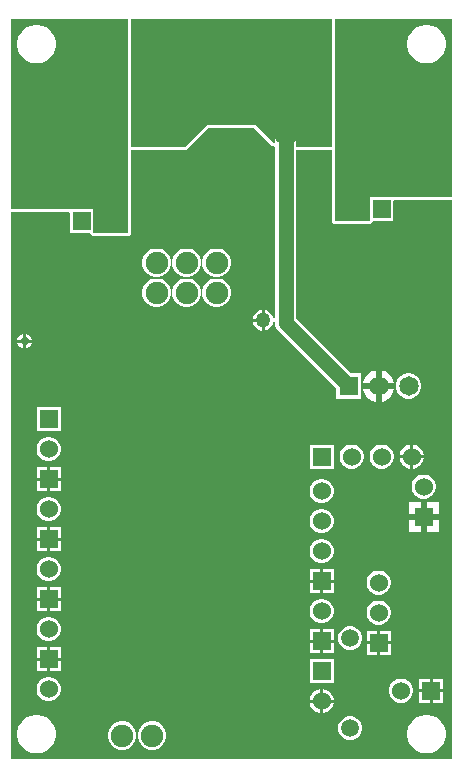
<source format=gbr>
%TF.GenerationSoftware,Altium Limited,Altium Designer,22.10.1 (41)*%
G04 Layer_Physical_Order=2*
G04 Layer_Color=16711680*
%FSLAX26Y26*%
%MOIN*%
%TF.SameCoordinates,59CDB8F9-364B-4C5A-A8AF-F7A69B8E0267*%
%TF.FilePolarity,Positive*%
%TF.FileFunction,Copper,L2,Bot,Signal*%
%TF.Part,Single*%
G01*
G75*
%TA.AperFunction,ComponentPad*%
%ADD18R,0.140000X0.140000*%
%ADD19C,0.140000*%
%ADD20R,0.140000X0.140000*%
%ADD21C,0.060000*%
%ADD22R,0.060000X0.060000*%
%ADD23R,0.060000X0.060000*%
%ADD24C,0.090000*%
%ADD25C,0.064961*%
%ADD26R,0.064961X0.064961*%
%ADD27C,0.059055*%
%ADD28R,0.059055X0.059055*%
%TA.AperFunction,ViaPad*%
%ADD29C,0.075000*%
%ADD30C,0.010000*%
%ADD31C,0.050000*%
%ADD32C,0.028000*%
%TA.AperFunction,Conductor*%
%ADD33C,0.050000*%
G36*
X1084804Y2056500D02*
X965302D01*
Y2110000D01*
X964099Y2119137D01*
X960572Y2127651D01*
X954962Y2134962D01*
X947651Y2140572D01*
X939137Y2144099D01*
X930000Y2145302D01*
X920863Y2144099D01*
X912349Y2140572D01*
X905038Y2134962D01*
X899428Y2127651D01*
X895901Y2119137D01*
X894698Y2110000D01*
Y2072518D01*
X890079Y2070605D01*
X830683Y2130000D01*
X667684D01*
X594183Y2056500D01*
X415196D01*
Y2484707D01*
X1084804D01*
Y2056500D01*
D02*
G37*
G36*
X1485000Y2485000D02*
X1485000Y1890000D01*
X1294332D01*
X1290000Y1890000D01*
X1285196Y1889527D01*
X1210473D01*
X1210472Y1810473D01*
X1205668Y1810000D01*
X1095000D01*
Y2485000D01*
X1485000Y2485000D01*
D02*
G37*
G36*
X405000Y1770000D02*
X294332D01*
X289528Y1770473D01*
X289527Y1775000D01*
Y1849527D01*
X214804D01*
X210000Y1850000D01*
X205668Y1850000D01*
X15000D01*
X15000Y2485000D01*
X405000Y2485000D01*
Y1770000D01*
D02*
G37*
G36*
X882869Y2063395D02*
X886177Y2061185D01*
X890079Y2060409D01*
X893425Y2058093D01*
X894698Y2056230D01*
Y1486393D01*
X889698Y1485735D01*
X887615Y1493509D01*
X883007Y1501491D01*
X876490Y1508007D01*
X868510Y1512615D01*
X860000Y1514895D01*
Y1480000D01*
Y1445105D01*
X868510Y1447385D01*
X876490Y1451993D01*
X883007Y1458509D01*
X887615Y1466491D01*
X889698Y1474265D01*
X894698Y1473607D01*
Y1470000D01*
X895901Y1460863D01*
X899428Y1452349D01*
X905038Y1445038D01*
X1097520Y1252556D01*
Y1217520D01*
X1182480D01*
Y1302480D01*
X1147444D01*
X965302Y1484623D01*
Y2046304D01*
X1084804D01*
Y1810000D01*
X1085580Y1806098D01*
X1087790Y1802790D01*
X1091098Y1800580D01*
X1095000Y1799804D01*
X1205668D01*
X1206164Y1799903D01*
X1206667Y1799853D01*
X1211471Y1800326D01*
X1212905Y1800761D01*
X1214374Y1801053D01*
X1214794Y1801333D01*
X1215278Y1801480D01*
X1216436Y1802431D01*
X1217682Y1803263D01*
X1217963Y1803683D01*
X1218353Y1804004D01*
X1219060Y1805325D01*
X1219892Y1806571D01*
X1219991Y1807066D01*
X1220229Y1807512D01*
X1220376Y1809003D01*
X1220668Y1810473D01*
X1289527D01*
Y1875207D01*
X1294332Y1879804D01*
X1484707D01*
Y15293D01*
X15293D01*
Y1839804D01*
X205668D01*
X210472Y1835207D01*
Y1770473D01*
X279332D01*
X279624Y1769003D01*
X279771Y1767512D01*
X280009Y1767066D01*
X280108Y1766571D01*
X280940Y1765325D01*
X281647Y1764004D01*
X282037Y1763683D01*
X282318Y1763263D01*
X283564Y1762430D01*
X284722Y1761480D01*
X285206Y1761333D01*
X285626Y1761053D01*
X287096Y1760760D01*
X288529Y1760326D01*
X293334Y1759853D01*
X293836Y1759903D01*
X294332Y1759804D01*
X405000D01*
X408902Y1760580D01*
X412210Y1762790D01*
X414420Y1766098D01*
X415196Y1770000D01*
Y2046304D01*
X594183D01*
X598085Y2047080D01*
X601393Y2049290D01*
X671908Y2119804D01*
X826460D01*
X882869Y2063395D01*
D02*
G37*
%LPC*%
G36*
X1406317Y2464134D02*
X1393683D01*
X1381293Y2461669D01*
X1369621Y2456835D01*
X1359117Y2449816D01*
X1350184Y2440883D01*
X1343165Y2430379D01*
X1338331Y2418707D01*
X1335866Y2406317D01*
Y2393683D01*
X1338331Y2381293D01*
X1343165Y2369621D01*
X1350184Y2359117D01*
X1359117Y2350184D01*
X1369621Y2343165D01*
X1381293Y2338331D01*
X1393683Y2335866D01*
X1406317D01*
X1418707Y2338331D01*
X1430379Y2343165D01*
X1440883Y2350184D01*
X1449816Y2359117D01*
X1456835Y2369621D01*
X1461669Y2381293D01*
X1464134Y2393683D01*
Y2406317D01*
X1461669Y2418707D01*
X1456835Y2430379D01*
X1449816Y2440883D01*
X1440883Y2449816D01*
X1430379Y2456835D01*
X1418707Y2461669D01*
X1406317Y2464134D01*
D02*
G37*
G36*
X106317D02*
X93683D01*
X81293Y2461669D01*
X69621Y2456835D01*
X59117Y2449816D01*
X50184Y2440883D01*
X43165Y2430379D01*
X38331Y2418707D01*
X35866Y2406317D01*
Y2393683D01*
X38331Y2381293D01*
X43165Y2369621D01*
X50184Y2359117D01*
X59117Y2350184D01*
X69621Y2343165D01*
X81293Y2338331D01*
X93683Y2335866D01*
X106317D01*
X118707Y2338331D01*
X130379Y2343165D01*
X140883Y2350184D01*
X149816Y2359117D01*
X156835Y2369621D01*
X161669Y2381293D01*
X164134Y2393683D01*
Y2406317D01*
X161669Y2418707D01*
X156835Y2430379D01*
X149816Y2440883D01*
X140883Y2449816D01*
X130379Y2456835D01*
X118707Y2461669D01*
X106317Y2464134D01*
D02*
G37*
G36*
X706254Y1718500D02*
X693746D01*
X681666Y1715263D01*
X670834Y1709009D01*
X661990Y1700166D01*
X655737Y1689334D01*
X652500Y1677254D01*
Y1664746D01*
X655737Y1652666D01*
X661990Y1641834D01*
X670834Y1632991D01*
X681666Y1626737D01*
X693746Y1623500D01*
X706254D01*
X718334Y1626737D01*
X729166Y1632991D01*
X738010Y1641834D01*
X744263Y1652666D01*
X747500Y1664746D01*
Y1677254D01*
X744263Y1689334D01*
X738010Y1700166D01*
X729166Y1709009D01*
X718334Y1715263D01*
X706254Y1718500D01*
D02*
G37*
G36*
X606254D02*
X593746D01*
X581666Y1715263D01*
X570834Y1709009D01*
X561990Y1700166D01*
X555737Y1689334D01*
X552500Y1677254D01*
Y1664746D01*
X555737Y1652666D01*
X561990Y1641834D01*
X570834Y1632991D01*
X581666Y1626737D01*
X593746Y1623500D01*
X606254D01*
X618334Y1626737D01*
X629166Y1632991D01*
X638010Y1641834D01*
X644263Y1652666D01*
X647500Y1664746D01*
Y1677254D01*
X644263Y1689334D01*
X638010Y1700166D01*
X629166Y1709009D01*
X618334Y1715263D01*
X606254Y1718500D01*
D02*
G37*
G36*
X506253D02*
X493747D01*
X481666Y1715263D01*
X470834Y1709009D01*
X461990Y1700166D01*
X455737Y1689334D01*
X452500Y1677254D01*
Y1664746D01*
X455737Y1652666D01*
X461990Y1641834D01*
X470834Y1632991D01*
X481666Y1626737D01*
X493747Y1623500D01*
X506253D01*
X518334Y1626737D01*
X529166Y1632991D01*
X538010Y1641834D01*
X544263Y1652666D01*
X547500Y1664746D01*
Y1677254D01*
X544263Y1689334D01*
X538010Y1700166D01*
X529166Y1709009D01*
X518334Y1715263D01*
X506253Y1718500D01*
D02*
G37*
G36*
X706254Y1618500D02*
X693746D01*
X681666Y1615263D01*
X670834Y1609009D01*
X661990Y1600166D01*
X655737Y1589334D01*
X652500Y1577254D01*
Y1564746D01*
X655737Y1552666D01*
X661990Y1541834D01*
X670834Y1532991D01*
X681666Y1526737D01*
X693746Y1523500D01*
X706254D01*
X718334Y1526737D01*
X729166Y1532991D01*
X738010Y1541834D01*
X744263Y1552666D01*
X747500Y1564746D01*
Y1577254D01*
X744263Y1589334D01*
X738010Y1600166D01*
X729166Y1609009D01*
X718334Y1615263D01*
X706254Y1618500D01*
D02*
G37*
G36*
X606254D02*
X593746D01*
X581666Y1615263D01*
X570834Y1609009D01*
X561990Y1600166D01*
X555737Y1589334D01*
X552500Y1577254D01*
Y1564746D01*
X555737Y1552666D01*
X561990Y1541834D01*
X570834Y1532991D01*
X581666Y1526737D01*
X593746Y1523500D01*
X606254D01*
X618334Y1526737D01*
X629166Y1532991D01*
X638010Y1541834D01*
X644263Y1552666D01*
X647500Y1564746D01*
Y1577254D01*
X644263Y1589334D01*
X638010Y1600166D01*
X629166Y1609009D01*
X618334Y1615263D01*
X606254Y1618500D01*
D02*
G37*
G36*
X506253D02*
X493747D01*
X481666Y1615263D01*
X470834Y1609009D01*
X461990Y1600166D01*
X455737Y1589334D01*
X452500Y1577254D01*
Y1564746D01*
X455737Y1552666D01*
X461990Y1541834D01*
X470834Y1532991D01*
X481666Y1526737D01*
X493747Y1523500D01*
X506253D01*
X518334Y1526737D01*
X529166Y1532991D01*
X538010Y1541834D01*
X544263Y1552666D01*
X547500Y1564746D01*
Y1577254D01*
X544263Y1589334D01*
X538010Y1600166D01*
X529166Y1609009D01*
X518334Y1615263D01*
X506253Y1618500D01*
D02*
G37*
G36*
X850000Y1514895D02*
X841490Y1512615D01*
X833510Y1508007D01*
X826993Y1501491D01*
X822385Y1493509D01*
X820105Y1485000D01*
X850000D01*
Y1514895D01*
D02*
G37*
G36*
Y1475000D02*
X820105D01*
X822385Y1466491D01*
X826993Y1458509D01*
X833510Y1451993D01*
X841490Y1447385D01*
X850000Y1445105D01*
Y1475000D01*
D02*
G37*
G36*
X65000Y1433906D02*
Y1415000D01*
X83906D01*
X80346Y1423595D01*
X73595Y1430346D01*
X65000Y1433906D01*
D02*
G37*
G36*
X55000D02*
X46405Y1430346D01*
X39654Y1423595D01*
X36094Y1415000D01*
X55000D01*
Y1433906D01*
D02*
G37*
G36*
X83906Y1405000D02*
X65000D01*
Y1386094D01*
X73595Y1389654D01*
X80346Y1396405D01*
X83906Y1405000D01*
D02*
G37*
G36*
X55000D02*
X36094D01*
X39654Y1396405D01*
X46405Y1389654D01*
X55000Y1386094D01*
Y1405000D01*
D02*
G37*
G36*
X1250000Y1311652D02*
Y1270000D01*
X1291652D01*
X1288904Y1280257D01*
X1281995Y1292224D01*
X1272224Y1301995D01*
X1260257Y1308904D01*
X1250000Y1311652D01*
D02*
G37*
G36*
X1230000D02*
X1219743Y1308904D01*
X1207776Y1301995D01*
X1198005Y1292224D01*
X1191096Y1280257D01*
X1188348Y1270000D01*
X1230000D01*
Y1311652D01*
D02*
G37*
G36*
X1345593Y1302480D02*
X1334407D01*
X1323603Y1299585D01*
X1313917Y1293993D01*
X1306007Y1286083D01*
X1300415Y1276397D01*
X1297520Y1265593D01*
Y1254407D01*
X1300415Y1243603D01*
X1306007Y1233917D01*
X1313917Y1226007D01*
X1323603Y1220415D01*
X1334407Y1217520D01*
X1345593D01*
X1356397Y1220415D01*
X1366083Y1226007D01*
X1373993Y1233917D01*
X1379585Y1243603D01*
X1382480Y1254407D01*
Y1265593D01*
X1379585Y1276397D01*
X1373993Y1286083D01*
X1366083Y1293993D01*
X1356397Y1299585D01*
X1345593Y1302480D01*
D02*
G37*
G36*
X1291652Y1250000D02*
X1250000D01*
Y1208348D01*
X1260257Y1211096D01*
X1272224Y1218005D01*
X1281995Y1227776D01*
X1288904Y1239743D01*
X1291652Y1250000D01*
D02*
G37*
G36*
X1230000D02*
X1188348D01*
X1191096Y1239743D01*
X1198005Y1227776D01*
X1207776Y1218005D01*
X1219743Y1211096D01*
X1230000Y1208348D01*
Y1250000D01*
D02*
G37*
G36*
X180000Y1190000D02*
X100000D01*
Y1110000D01*
X180000D01*
Y1190000D01*
D02*
G37*
G36*
X1355266Y1065000D02*
X1355000D01*
Y1030000D01*
X1390000D01*
Y1030266D01*
X1387274Y1040439D01*
X1382008Y1049561D01*
X1374561Y1057008D01*
X1365439Y1062274D01*
X1355266Y1065000D01*
D02*
G37*
G36*
X1345000D02*
X1344734D01*
X1334561Y1062274D01*
X1325439Y1057008D01*
X1317992Y1049561D01*
X1312726Y1040439D01*
X1310000Y1030266D01*
Y1030000D01*
X1345000D01*
Y1065000D01*
D02*
G37*
G36*
X145266Y1090000D02*
X134734D01*
X124561Y1087274D01*
X115439Y1082008D01*
X107992Y1074561D01*
X102726Y1065439D01*
X100000Y1055266D01*
Y1044734D01*
X102726Y1034561D01*
X107992Y1025439D01*
X115439Y1017992D01*
X124561Y1012726D01*
X134734Y1010000D01*
X145266D01*
X155439Y1012726D01*
X164561Y1017992D01*
X172008Y1025439D01*
X177274Y1034561D01*
X180000Y1044734D01*
Y1055266D01*
X177274Y1065439D01*
X172008Y1074561D01*
X164561Y1082008D01*
X155439Y1087274D01*
X145266Y1090000D01*
D02*
G37*
G36*
X1390000Y1020000D02*
X1355000D01*
Y985000D01*
X1355266D01*
X1365439Y987726D01*
X1374561Y992992D01*
X1382008Y1000439D01*
X1387274Y1009561D01*
X1390000Y1019734D01*
Y1020000D01*
D02*
G37*
G36*
X1345000D02*
X1310000D01*
Y1019734D01*
X1312726Y1009561D01*
X1317992Y1000439D01*
X1325439Y992992D01*
X1334561Y987726D01*
X1344734Y985000D01*
X1345000D01*
Y1020000D01*
D02*
G37*
G36*
X1255266Y1065000D02*
X1244734D01*
X1234561Y1062274D01*
X1225439Y1057008D01*
X1217992Y1049561D01*
X1212726Y1040439D01*
X1210000Y1030266D01*
Y1019734D01*
X1212726Y1009561D01*
X1217992Y1000439D01*
X1225439Y992992D01*
X1234561Y987726D01*
X1244734Y985000D01*
X1255266D01*
X1265439Y987726D01*
X1274561Y992992D01*
X1282008Y1000439D01*
X1287274Y1009561D01*
X1290000Y1019734D01*
Y1030266D01*
X1287274Y1040439D01*
X1282008Y1049561D01*
X1274561Y1057008D01*
X1265439Y1062274D01*
X1255266Y1065000D01*
D02*
G37*
G36*
X1155266D02*
X1144734D01*
X1134561Y1062274D01*
X1125439Y1057008D01*
X1117992Y1049561D01*
X1112726Y1040439D01*
X1110000Y1030266D01*
Y1019734D01*
X1112726Y1009561D01*
X1117992Y1000439D01*
X1125439Y992992D01*
X1134561Y987726D01*
X1144734Y985000D01*
X1155266D01*
X1165439Y987726D01*
X1174561Y992992D01*
X1182008Y1000439D01*
X1187274Y1009561D01*
X1190000Y1019734D01*
Y1030266D01*
X1187274Y1040439D01*
X1182008Y1049561D01*
X1174561Y1057008D01*
X1165439Y1062274D01*
X1155266Y1065000D01*
D02*
G37*
G36*
X1090000D02*
X1010000D01*
Y985000D01*
X1090000D01*
Y1065000D01*
D02*
G37*
G36*
X180000Y990000D02*
X145000D01*
Y955000D01*
X180000D01*
Y990000D01*
D02*
G37*
G36*
X135000D02*
X100000D01*
Y955000D01*
X135000D01*
Y990000D01*
D02*
G37*
G36*
X180000Y945000D02*
X145000D01*
Y910000D01*
X180000D01*
Y945000D01*
D02*
G37*
G36*
X135000D02*
X100000D01*
Y910000D01*
X135000D01*
Y945000D01*
D02*
G37*
G36*
X1395266Y965000D02*
X1384734D01*
X1374561Y962274D01*
X1365439Y957008D01*
X1357992Y949561D01*
X1352726Y940439D01*
X1350000Y930266D01*
Y919734D01*
X1352726Y909561D01*
X1357992Y900439D01*
X1365439Y892992D01*
X1374561Y887726D01*
X1384734Y885000D01*
X1395266D01*
X1405439Y887726D01*
X1414561Y892992D01*
X1422008Y900439D01*
X1427274Y909561D01*
X1430000Y919734D01*
Y930266D01*
X1427274Y940439D01*
X1422008Y949561D01*
X1414561Y957008D01*
X1405439Y962274D01*
X1395266Y965000D01*
D02*
G37*
G36*
X1055266Y950000D02*
X1044734D01*
X1034561Y947274D01*
X1025439Y942008D01*
X1017992Y934561D01*
X1012726Y925439D01*
X1010000Y915266D01*
Y904734D01*
X1012726Y894561D01*
X1017992Y885439D01*
X1025439Y877992D01*
X1034561Y872726D01*
X1044734Y870000D01*
X1055266D01*
X1065439Y872726D01*
X1074561Y877992D01*
X1082008Y885439D01*
X1087274Y894561D01*
X1090000Y904734D01*
Y915266D01*
X1087274Y925439D01*
X1082008Y934561D01*
X1074561Y942008D01*
X1065439Y947274D01*
X1055266Y950000D01*
D02*
G37*
G36*
X1440000Y875000D02*
X1400000D01*
Y835000D01*
X1440000D01*
Y875000D01*
D02*
G37*
G36*
X1380000D02*
X1340000D01*
Y835000D01*
X1380000D01*
Y875000D01*
D02*
G37*
G36*
X145266Y890000D02*
X134734D01*
X124561Y887274D01*
X115439Y882008D01*
X107992Y874561D01*
X102726Y865439D01*
X100000Y855266D01*
Y844734D01*
X102726Y834561D01*
X107992Y825439D01*
X115439Y817992D01*
X124561Y812726D01*
X134734Y810000D01*
X145266D01*
X155439Y812726D01*
X164561Y817992D01*
X172008Y825439D01*
X177274Y834561D01*
X180000Y844734D01*
Y855266D01*
X177274Y865439D01*
X172008Y874561D01*
X164561Y882008D01*
X155439Y887274D01*
X145266Y890000D01*
D02*
G37*
G36*
X1440000Y815000D02*
X1400000D01*
Y775000D01*
X1440000D01*
Y815000D01*
D02*
G37*
G36*
X1380000D02*
X1340000D01*
Y775000D01*
X1380000D01*
Y815000D01*
D02*
G37*
G36*
X1055266Y850000D02*
X1044734D01*
X1034561Y847274D01*
X1025439Y842008D01*
X1017992Y834561D01*
X1012726Y825439D01*
X1010000Y815266D01*
Y804734D01*
X1012726Y794561D01*
X1017992Y785439D01*
X1025439Y777992D01*
X1034561Y772726D01*
X1044734Y770000D01*
X1055266D01*
X1065439Y772726D01*
X1074561Y777992D01*
X1082008Y785439D01*
X1087274Y794561D01*
X1090000Y804734D01*
Y815266D01*
X1087274Y825439D01*
X1082008Y834561D01*
X1074561Y842008D01*
X1065439Y847274D01*
X1055266Y850000D01*
D02*
G37*
G36*
X180000Y790000D02*
X145000D01*
Y755000D01*
X180000D01*
Y790000D01*
D02*
G37*
G36*
X135000D02*
X100000D01*
Y755000D01*
X135000D01*
Y790000D01*
D02*
G37*
G36*
X180000Y745000D02*
X145000D01*
Y710000D01*
X180000D01*
Y745000D01*
D02*
G37*
G36*
X135000D02*
X100000D01*
Y710000D01*
X135000D01*
Y745000D01*
D02*
G37*
G36*
X1055266Y750000D02*
X1044734D01*
X1034561Y747274D01*
X1025439Y742008D01*
X1017992Y734561D01*
X1012726Y725439D01*
X1010000Y715266D01*
Y704734D01*
X1012726Y694561D01*
X1017992Y685439D01*
X1025439Y677992D01*
X1034561Y672726D01*
X1044734Y670000D01*
X1055266D01*
X1065439Y672726D01*
X1074561Y677992D01*
X1082008Y685439D01*
X1087274Y694561D01*
X1090000Y704734D01*
Y715266D01*
X1087274Y725439D01*
X1082008Y734561D01*
X1074561Y742008D01*
X1065439Y747274D01*
X1055266Y750000D01*
D02*
G37*
G36*
X1090000Y650000D02*
X1055000D01*
Y615000D01*
X1090000D01*
Y650000D01*
D02*
G37*
G36*
X1045000D02*
X1010000D01*
Y615000D01*
X1045000D01*
Y650000D01*
D02*
G37*
G36*
X145266Y690000D02*
X134734D01*
X124561Y687274D01*
X115439Y682008D01*
X107992Y674561D01*
X102726Y665439D01*
X100000Y655266D01*
Y644734D01*
X102726Y634561D01*
X107992Y625439D01*
X115439Y617992D01*
X124561Y612726D01*
X134734Y610000D01*
X145266D01*
X155439Y612726D01*
X164561Y617992D01*
X172008Y625439D01*
X177274Y634561D01*
X180000Y644734D01*
Y655266D01*
X177274Y665439D01*
X172008Y674561D01*
X164561Y682008D01*
X155439Y687274D01*
X145266Y690000D01*
D02*
G37*
G36*
X1090000Y605000D02*
X1055000D01*
Y570000D01*
X1090000D01*
Y605000D01*
D02*
G37*
G36*
X1045000D02*
X1010000D01*
Y570000D01*
X1045000D01*
Y605000D01*
D02*
G37*
G36*
X1245266Y645000D02*
X1234734D01*
X1224561Y642274D01*
X1215439Y637008D01*
X1207992Y629561D01*
X1202726Y620439D01*
X1200000Y610266D01*
Y599734D01*
X1202726Y589561D01*
X1207992Y580439D01*
X1215439Y572992D01*
X1224561Y567726D01*
X1234734Y565000D01*
X1245266D01*
X1255439Y567726D01*
X1264561Y572992D01*
X1272008Y580439D01*
X1277274Y589561D01*
X1280000Y599734D01*
Y610266D01*
X1277274Y620439D01*
X1272008Y629561D01*
X1264561Y637008D01*
X1255439Y642274D01*
X1245266Y645000D01*
D02*
G37*
G36*
X180000Y590000D02*
X145000D01*
Y555000D01*
X180000D01*
Y590000D01*
D02*
G37*
G36*
X135000D02*
X100000D01*
Y555000D01*
X135000D01*
Y590000D01*
D02*
G37*
G36*
X180000Y545000D02*
X145000D01*
Y510000D01*
X180000D01*
Y545000D01*
D02*
G37*
G36*
X135000D02*
X100000D01*
Y510000D01*
X135000D01*
Y545000D01*
D02*
G37*
G36*
X1055266Y550000D02*
X1044734D01*
X1034561Y547274D01*
X1025439Y542008D01*
X1017992Y534561D01*
X1012726Y525439D01*
X1010000Y515266D01*
Y504734D01*
X1012726Y494561D01*
X1017992Y485439D01*
X1025439Y477992D01*
X1034561Y472726D01*
X1044734Y470000D01*
X1055266D01*
X1065439Y472726D01*
X1074561Y477992D01*
X1082008Y485439D01*
X1087274Y494561D01*
X1090000Y504734D01*
Y515266D01*
X1087274Y525439D01*
X1082008Y534561D01*
X1074561Y542008D01*
X1065439Y547274D01*
X1055266Y550000D01*
D02*
G37*
G36*
X1245266Y545000D02*
X1234734D01*
X1224561Y542274D01*
X1215439Y537008D01*
X1207992Y529561D01*
X1202726Y520439D01*
X1200000Y510266D01*
Y499734D01*
X1202726Y489561D01*
X1207992Y480439D01*
X1215439Y472992D01*
X1224561Y467726D01*
X1234734Y465000D01*
X1245266D01*
X1255439Y467726D01*
X1264561Y472992D01*
X1272008Y480439D01*
X1277274Y489561D01*
X1280000Y499734D01*
Y510266D01*
X1277274Y520439D01*
X1272008Y529561D01*
X1264561Y537008D01*
X1255439Y542274D01*
X1245266Y545000D01*
D02*
G37*
G36*
X1090000Y450000D02*
X1055000D01*
Y415000D01*
X1090000D01*
Y450000D01*
D02*
G37*
G36*
X1045000D02*
X1010000D01*
Y415000D01*
X1045000D01*
Y450000D01*
D02*
G37*
G36*
X1280000Y445000D02*
X1245000D01*
Y410000D01*
X1280000D01*
Y445000D01*
D02*
G37*
G36*
X145266Y490000D02*
X134734D01*
X124561Y487274D01*
X115439Y482008D01*
X107992Y474561D01*
X102726Y465439D01*
X100000Y455266D01*
Y444734D01*
X102726Y434561D01*
X107992Y425439D01*
X115439Y417992D01*
X124561Y412726D01*
X134734Y410000D01*
X145266D01*
X155439Y412726D01*
X164561Y417992D01*
X172008Y425439D01*
X177274Y434561D01*
X180000Y444734D01*
Y455266D01*
X177274Y465439D01*
X172008Y474561D01*
X164561Y482008D01*
X155439Y487274D01*
X145266Y490000D01*
D02*
G37*
G36*
X1235000Y445000D02*
X1200000D01*
Y410000D01*
X1235000D01*
Y445000D01*
D02*
G37*
G36*
X1150204Y459527D02*
X1139796D01*
X1129743Y456834D01*
X1120729Y451630D01*
X1113370Y444271D01*
X1108166Y435257D01*
X1105473Y425204D01*
Y414796D01*
X1108166Y404743D01*
X1113370Y395729D01*
X1120729Y388370D01*
X1129743Y383166D01*
X1139796Y380473D01*
X1150204D01*
X1160257Y383166D01*
X1169271Y388370D01*
X1176630Y395729D01*
X1181834Y404743D01*
X1184527Y414796D01*
Y425204D01*
X1181834Y435257D01*
X1176630Y444271D01*
X1169271Y451630D01*
X1160257Y456834D01*
X1150204Y459527D01*
D02*
G37*
G36*
X1090000Y405000D02*
X1055000D01*
Y370000D01*
X1090000D01*
Y405000D01*
D02*
G37*
G36*
X1045000D02*
X1010000D01*
Y370000D01*
X1045000D01*
Y405000D01*
D02*
G37*
G36*
X1280000Y400000D02*
X1245000D01*
Y365000D01*
X1280000D01*
Y400000D01*
D02*
G37*
G36*
X1235000D02*
X1200000D01*
Y365000D01*
X1235000D01*
Y400000D01*
D02*
G37*
G36*
X180000Y390000D02*
X145000D01*
Y355000D01*
X180000D01*
Y390000D01*
D02*
G37*
G36*
X135000D02*
X100000D01*
Y355000D01*
X135000D01*
Y390000D01*
D02*
G37*
G36*
X180000Y345000D02*
X145000D01*
Y310000D01*
X180000D01*
Y345000D01*
D02*
G37*
G36*
X135000D02*
X100000D01*
Y310000D01*
X135000D01*
Y345000D01*
D02*
G37*
G36*
X1090000Y350000D02*
X1010000D01*
Y270000D01*
X1090000D01*
Y350000D01*
D02*
G37*
G36*
X1455000Y285000D02*
X1420000D01*
Y250000D01*
X1455000D01*
Y285000D01*
D02*
G37*
G36*
X1410000D02*
X1375000D01*
Y250000D01*
X1410000D01*
Y285000D01*
D02*
G37*
G36*
X1055266Y250000D02*
X1055000D01*
Y215000D01*
X1090000D01*
Y215266D01*
X1087274Y225439D01*
X1082008Y234561D01*
X1074561Y242008D01*
X1065439Y247274D01*
X1055266Y250000D01*
D02*
G37*
G36*
X1045000D02*
X1044734D01*
X1034561Y247274D01*
X1025439Y242008D01*
X1017992Y234561D01*
X1012726Y225439D01*
X1010000Y215266D01*
Y215000D01*
X1045000D01*
Y250000D01*
D02*
G37*
G36*
X145266Y290000D02*
X134734D01*
X124561Y287274D01*
X115439Y282008D01*
X107992Y274561D01*
X102726Y265439D01*
X100000Y255266D01*
Y244734D01*
X102726Y234561D01*
X107992Y225439D01*
X115439Y217992D01*
X124561Y212726D01*
X134734Y210000D01*
X145266D01*
X155439Y212726D01*
X164561Y217992D01*
X172008Y225439D01*
X177274Y234561D01*
X180000Y244734D01*
Y255266D01*
X177274Y265439D01*
X172008Y274561D01*
X164561Y282008D01*
X155439Y287274D01*
X145266Y290000D01*
D02*
G37*
G36*
X1455000Y240000D02*
X1420000D01*
Y205000D01*
X1455000D01*
Y240000D01*
D02*
G37*
G36*
X1410000D02*
X1375000D01*
Y205000D01*
X1410000D01*
Y240000D01*
D02*
G37*
G36*
X1320266Y285000D02*
X1309734D01*
X1299561Y282274D01*
X1290439Y277008D01*
X1282992Y269561D01*
X1277726Y260439D01*
X1275000Y250266D01*
Y239734D01*
X1277726Y229561D01*
X1282992Y220439D01*
X1290439Y212992D01*
X1299561Y207726D01*
X1309734Y205000D01*
X1320266D01*
X1330439Y207726D01*
X1339561Y212992D01*
X1347008Y220439D01*
X1352274Y229561D01*
X1355000Y239734D01*
Y250266D01*
X1352274Y260439D01*
X1347008Y269561D01*
X1339561Y277008D01*
X1330439Y282274D01*
X1320266Y285000D01*
D02*
G37*
G36*
X1090000Y205000D02*
X1055000D01*
Y170000D01*
X1055266D01*
X1065439Y172726D01*
X1074561Y177992D01*
X1082008Y185439D01*
X1087274Y194561D01*
X1090000Y204734D01*
Y205000D01*
D02*
G37*
G36*
X1045000D02*
X1010000D01*
Y204734D01*
X1012726Y194561D01*
X1017992Y185439D01*
X1025439Y177992D01*
X1034561Y172726D01*
X1044734Y170000D01*
X1045000D01*
Y205000D01*
D02*
G37*
G36*
X1150204Y159528D02*
X1139796D01*
X1129743Y156834D01*
X1120729Y151630D01*
X1113370Y144270D01*
X1108166Y135257D01*
X1105473Y125204D01*
Y114796D01*
X1108166Y104743D01*
X1113370Y95730D01*
X1120729Y88370D01*
X1129743Y83166D01*
X1139796Y80472D01*
X1150204D01*
X1160257Y83166D01*
X1169271Y88370D01*
X1176630Y95730D01*
X1181834Y104743D01*
X1184527Y114796D01*
Y125204D01*
X1181834Y135257D01*
X1176630Y144270D01*
X1169271Y151630D01*
X1160257Y156834D01*
X1150204Y159528D01*
D02*
G37*
G36*
X491253Y142500D02*
X478747D01*
X466666Y139263D01*
X455834Y133010D01*
X446990Y124166D01*
X440737Y113334D01*
X437500Y101254D01*
Y88746D01*
X440737Y76666D01*
X446990Y65834D01*
X455834Y56990D01*
X466666Y50737D01*
X478747Y47500D01*
X491253D01*
X503334Y50737D01*
X514166Y56990D01*
X523010Y65834D01*
X529263Y76666D01*
X532500Y88746D01*
Y101254D01*
X529263Y113334D01*
X523010Y124166D01*
X514166Y133010D01*
X503334Y139263D01*
X491253Y142500D01*
D02*
G37*
G36*
X391253D02*
X378747D01*
X366666Y139263D01*
X355834Y133010D01*
X346990Y124166D01*
X340737Y113334D01*
X337500Y101254D01*
Y88746D01*
X340737Y76666D01*
X346990Y65834D01*
X355834Y56990D01*
X366666Y50737D01*
X378747Y47500D01*
X391253D01*
X403334Y50737D01*
X414166Y56990D01*
X423010Y65834D01*
X429263Y76666D01*
X432500Y88746D01*
Y101254D01*
X429263Y113334D01*
X423010Y124166D01*
X414166Y133010D01*
X403334Y139263D01*
X391253Y142500D01*
D02*
G37*
G36*
X1406317Y164134D02*
X1393683D01*
X1381293Y161669D01*
X1369621Y156835D01*
X1359117Y149816D01*
X1350184Y140883D01*
X1343165Y130379D01*
X1338331Y118707D01*
X1335866Y106317D01*
Y93683D01*
X1338331Y81293D01*
X1343165Y69621D01*
X1350184Y59117D01*
X1359117Y50184D01*
X1369621Y43165D01*
X1381293Y38331D01*
X1393683Y35866D01*
X1406317D01*
X1418707Y38331D01*
X1430379Y43165D01*
X1440883Y50184D01*
X1449816Y59117D01*
X1456835Y69621D01*
X1461669Y81293D01*
X1464134Y93683D01*
Y106317D01*
X1461669Y118707D01*
X1456835Y130379D01*
X1449816Y140883D01*
X1440883Y149816D01*
X1430379Y156835D01*
X1418707Y161669D01*
X1406317Y164134D01*
D02*
G37*
G36*
X106317D02*
X93683D01*
X81293Y161669D01*
X69621Y156835D01*
X59117Y149816D01*
X50184Y140883D01*
X43165Y130379D01*
X38331Y118707D01*
X35866Y106317D01*
Y93683D01*
X38331Y81293D01*
X43165Y69621D01*
X50184Y59117D01*
X59117Y50184D01*
X69621Y43165D01*
X81293Y38331D01*
X93683Y35866D01*
X106317D01*
X118707Y38331D01*
X130379Y43165D01*
X140883Y50184D01*
X149816Y59117D01*
X156835Y69621D01*
X161669Y81293D01*
X164134Y93683D01*
Y106317D01*
X161669Y118707D01*
X156835Y130379D01*
X149816Y140883D01*
X140883Y149816D01*
X130379Y156835D01*
X118707Y161669D01*
X106317Y164134D01*
D02*
G37*
%LPD*%
D18*
X750000Y2040000D02*
D03*
D19*
Y2340000D02*
D03*
X490000Y2390000D02*
D03*
X1010000D02*
D03*
D20*
X290000D02*
D03*
X1210000D02*
D03*
D21*
X1050000Y910000D02*
D03*
Y710000D02*
D03*
Y810000D02*
D03*
X1250000Y1025000D02*
D03*
X1150000D02*
D03*
X1350000D02*
D03*
X1240000Y505000D02*
D03*
Y605000D02*
D03*
X1315000Y245000D02*
D03*
X1390000Y925000D02*
D03*
X140000Y1050000D02*
D03*
X1050000Y510000D02*
D03*
X140000Y650000D02*
D03*
Y250000D02*
D03*
X1050000Y210000D02*
D03*
X140000Y850000D02*
D03*
Y450000D02*
D03*
D22*
X1050000Y610000D02*
D03*
X1240000Y405000D02*
D03*
X1390000Y825000D02*
D03*
X140000Y1150000D02*
D03*
X1050000Y410000D02*
D03*
X140000Y750000D02*
D03*
Y350000D02*
D03*
X1050000Y310000D02*
D03*
X140000Y950000D02*
D03*
Y550000D02*
D03*
D23*
X1050000Y1025000D02*
D03*
X1415000Y245000D02*
D03*
D24*
X570000Y2110000D02*
D03*
X70000D02*
D03*
X930000D02*
D03*
X1430000D02*
D03*
D25*
X1340000Y1260000D02*
D03*
X1240000D02*
D03*
D26*
X1140000D02*
D03*
D27*
X450000Y1810000D02*
D03*
X350000D02*
D03*
X1145000Y420000D02*
D03*
Y120000D02*
D03*
X1150000Y1850000D02*
D03*
X1050000D02*
D03*
D28*
X250000Y1810000D02*
D03*
X1250000Y1850000D02*
D03*
D29*
X485000Y95000D02*
D03*
X385000D02*
D03*
X500000Y1571000D02*
D03*
Y1671000D02*
D03*
X600000Y1571000D02*
D03*
Y1671000D02*
D03*
X700000Y1571000D02*
D03*
Y1671000D02*
D03*
D30*
X1060000Y2000000D02*
D03*
X1040000Y1960000D02*
D03*
X1060000Y1920000D02*
D03*
X1040000Y1800000D02*
D03*
X1020000Y2000000D02*
D03*
X1000000Y1960000D02*
D03*
X1020000Y1920000D02*
D03*
X1000000Y1880000D02*
D03*
Y1800000D02*
D03*
X980000Y2000000D02*
D03*
Y1920000D02*
D03*
Y1840000D02*
D03*
X880000Y2040000D02*
D03*
Y1960000D02*
D03*
Y1880000D02*
D03*
Y1800000D02*
D03*
X840000Y2040000D02*
D03*
X860000Y2000000D02*
D03*
X840000Y1960000D02*
D03*
X860000Y1920000D02*
D03*
X840000Y1880000D02*
D03*
X860000Y1840000D02*
D03*
X840000Y1800000D02*
D03*
X800000Y1960000D02*
D03*
X820000Y1920000D02*
D03*
X800000Y1880000D02*
D03*
X820000Y1840000D02*
D03*
X800000Y1800000D02*
D03*
X760000Y1960000D02*
D03*
X780000Y1920000D02*
D03*
X760000Y1880000D02*
D03*
X780000Y1840000D02*
D03*
X760000Y1800000D02*
D03*
X720000Y1960000D02*
D03*
X740000Y1920000D02*
D03*
X720000Y1880000D02*
D03*
X740000Y1840000D02*
D03*
X720000Y1800000D02*
D03*
X680000Y1960000D02*
D03*
X700000Y1920000D02*
D03*
X680000Y1880000D02*
D03*
X700000Y1840000D02*
D03*
X680000Y1800000D02*
D03*
X660000Y2080000D02*
D03*
X640000Y2040000D02*
D03*
X660000Y2000000D02*
D03*
X640000Y1960000D02*
D03*
X660000Y1920000D02*
D03*
X640000Y1880000D02*
D03*
X660000Y1840000D02*
D03*
X640000Y1800000D02*
D03*
X600000Y2040000D02*
D03*
X620000Y2000000D02*
D03*
X600000Y1960000D02*
D03*
X620000Y1920000D02*
D03*
X600000Y1880000D02*
D03*
X620000Y1840000D02*
D03*
X600000Y1800000D02*
D03*
X580000Y2000000D02*
D03*
X560000Y1960000D02*
D03*
X580000Y1920000D02*
D03*
X560000Y1880000D02*
D03*
X580000Y1840000D02*
D03*
X560000Y1800000D02*
D03*
X540000Y2000000D02*
D03*
X520000Y1960000D02*
D03*
X540000Y1920000D02*
D03*
X520000Y1880000D02*
D03*
X540000Y1840000D02*
D03*
X520000Y1800000D02*
D03*
X500000Y2000000D02*
D03*
X480000Y1960000D02*
D03*
X500000Y1920000D02*
D03*
X480000Y1880000D02*
D03*
X500000Y1840000D02*
D03*
X460000Y2000000D02*
D03*
X440000Y1960000D02*
D03*
X460000Y1920000D02*
D03*
X440000Y1880000D02*
D03*
D31*
X855000Y1480000D02*
D03*
D32*
X60000Y1410000D02*
D03*
D33*
X930000Y1470000D02*
Y2110000D01*
Y1470000D02*
X1140000Y1260000D01*
%TF.MD5,2fcecd434b52e9a4562fbb966a190cb2*%
M02*

</source>
